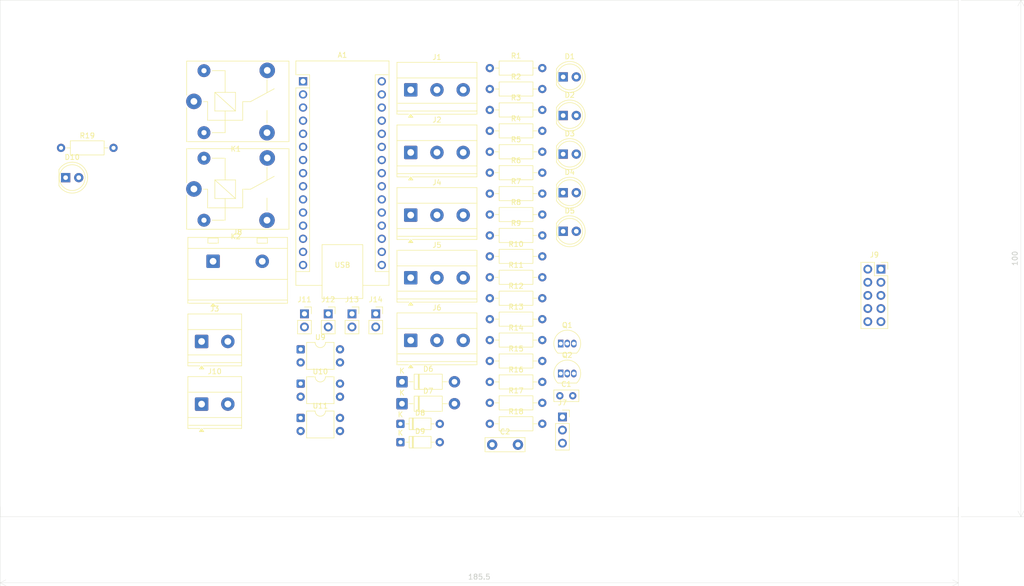
<source format=kicad_pcb>
(kicad_pcb (version 20241229) (generator "pcbnew") (generator_version "9.0")
  (layers (0 "F.Cu" signal) (2 "B.Cu" signal) (13 "F.Paste" user) (15 "B.Paste" user) (5 "F.SilkS" user "F.Silkscreen") (7 "B.SilkS" user "B.Silkscreen") (1 "F.Mask" user) (3 "B.Mask" user) (25 "Edge.Cuts" user))
  (net 0 "")
  (net 1 "GND")
  (net 7 "А0")
  (net 8 "D6")
  (net 10 "D2")
  (net 14 "D13")
  (net 15 "D11")
  (net 16 "D4")
  (net 17 "+5V")
  (net 18 "D9")
  (net 20 "D12")
  (net 21 "D10")
  (net 22 "D3")
  (net 25 "D7")
  (net 28 "Net-(D6-A)")
  (net 29 "Net-(D1-A)")
  (net 30 "Net-(D2-A)")
  (net 31 "Net-(D4-A)")
  (net 32 "Net-(J8-Pin_1)")
  (net 33 "Net-(Q2-B)")
  (net 34 "Net-(D3-A)")
  (net 35 "Net-(D5-A)")
  (net 36 "Net-(J2-Pin_2)")
  (net 37 "Net-(J1-Pin_2)")
  (net 38 "Net-(J1-Pin_1)")
  (net 39 "Net-(J1-Pin_3)")
  (net 40 "Net-(Q1-B)")
  (net 41 "Net-(J2-Pin_1)")
  (net 42 "Net-(J2-Pin_3)")
  (net 43 "Net-(J4-Pin_3)")
  (net 44 "Net-(J4-Pin_1)")
  (net 45 "Net-(J4-Pin_2)")
  (net 50 "Net-(D8-A)")
  (net 51 "Net-(D7-A)")
  (net 52 "Net-(R11-Pad2)")
  (net 53 "Net-(R12-Pad2)")
  (net 54 "Net-(R13-Pad2)")
  (net 55 "Net-(R16-Pad1)")
  (net 56 "+12V")
  (net 57 "Net-(J3-Pin_1)")
  (net 58 "/RX")
  (net 59 "/TX")
  (net 60 "Net-(D10-A)")
  (footprint "Package_TO_SOT_THT:TO-92_Inline" (layer "F.Cu") (at 181.31 96.675)
    (property "Reference" "Q2" (at 1.27 -3.56 0) (layer "F.SilkS"))
    (property "Value" "BC337")
    (pad "1" thru_hole rect (at 0 0) (size 1.05 1.5) (drill 0.75) (layers "*.Cu" "*.Mask") (net 51 "Net-(D7-A)"))
    (pad "2" thru_hole oval (at 1.27 0) (size 1.05 1.5) (drill 0.75) (layers "*.Cu" "*.Mask") (net 33 "Net-(Q2-B)"))
    (pad "3" thru_hole oval (at 2.54 0) (size 1.05 1.5) (drill 0.75) (layers "*.Cu" "*.Mask") (net 1 "GND"))
  )
  (footprint "Diode_THT:D_DO-41_SOD81_P10.16mm_Horizontal" (layer "F.Cu") (at 150.59 102.525)
    (property "Reference" "D7" (at 5.08 -2.47 0) (layer "F.SilkS"))
    (property "Value" "1N4007")
    (fp_text user "K" (at 0 -2.1 0) (layer "F.SilkS"))
    (pad "1" thru_hole roundrect (at 0 0) (size 2.2 2.2) (drill 1.1) (layers "*.Cu" "*.Mask") (roundrect_rratio 0.113636) (net 17 "+5V"))
    (pad "2" thru_hole circle (at 10.16 0) (size 2.2 2.2) (drill 1.1) (layers "*.Cu" "*.Mask") (net 51 "Net-(D7-A)"))
  )
  (footprint "Resistor_THT:R_Axial_DIN0207_L6.3mm_D2.5mm_P10.16mm_Horizontal" (layer "F.Cu") (at 167.59 102.355)
    (property "Reference" "R17" (at 5.08 -2.37 0) (layer "F.SilkS"))
    (property "Value" "100K")
    (pad "1" thru_hole circle (at 0 0) (size 1.6 1.6) (drill 0.8) (layers "*.Cu" "*.Mask") (net 32 "Net-(J8-Pin_1)"))
    (pad "2" thru_hole circle (at 10.16 0) (size 1.6 1.6) (drill 0.8) (layers "*.Cu" "*.Mask") (net 55 "Net-(R16-Pad1)"))
  )
  (footprint "Resistor_THT:R_Axial_DIN0207_L6.3mm_D2.5mm_P10.16mm_Horizontal" (layer "F.Cu") (at 167.59 57.805)
    (property "Reference" "R6" (at 5.08 -2.37 0) (layer "F.SilkS"))
    (property "Value" "330")
    (pad "1" thru_hole circle (at 0 0) (size 1.6 1.6) (drill 0.8) (layers "*.Cu" "*.Mask") (net 31 "Net-(D4-A)"))
    (pad "2" thru_hole circle (at 10.16 0) (size 1.6 1.6) (drill 0.8) (layers "*.Cu" "*.Mask") (net 17 "+5V"))
  )
  (footprint "Connector_PinSocket_2.54mm:PinSocket_1x02_P2.54mm_Vertical" (layer "F.Cu") (at 145.51 85.125)
    (property "Reference" "J14" (at 0 -2.77 0) (layer "F.SilkS"))
    (property "Value" "Conn_01x02")
    (pad "1" thru_hole rect (at 0 0) (size 1.7 1.7) (drill 1) (layers "*.Cu" "*.Mask") (net 1 "GND"))
    (pad "2" thru_hole circle (at 0 2.54) (size 1.7 1.7) (drill 1) (layers "*.Cu" "*.Mask") (net 1 "GND"))
  )
  (footprint "Module:Arduino_Nano" (layer "F.Cu") (at 131.44 40.115)
    (property "Reference" "A1" (at 7.62 -5.08 0) (layer "F.SilkS"))
    (property "Value" "Arduino_Nano_v3.x")
    (fp_text user "USB" (at 7.62 35.56 0) (layer "F.SilkS"))
    (pad "1" thru_hole rect (at 0 0) (size 1.6 1.6) (drill 1) (layers "*.Cu" "*.Mask") (net 59 "/TX"))
    (pad "2" thru_hole oval (at 0 2.54) (size 1.6 1.6) (drill 1) (layers "*.Cu" "*.Mask") (net 58 "/RX"))
    (pad "3" thru_hole oval (at 0 5.08) (size 1.6 1.6) (drill 1) (layers "*.Cu" "*.Mask"))
    (pad "4" thru_hole oval (at 0 7.62) (size 1.6 1.6) (drill 1) (layers "*.Cu" "*.Mask") (net 1 "GND"))
    (pad "5" thru_hole oval (at 0 10.16) (size 1.6 1.6) (drill 1) (layers "*.Cu" "*.Mask") (net 10 "D2"))
    (pad "6" thru_hole oval (at 0 12.7) (size 1.6 1.6) (drill 1) (layers "*.Cu" "*.Mask") (net 22 "D3"))
    (pad "7" thru_hole oval (at 0 15.24) (size 1.6 1.6) (drill 1) (layers "*.Cu" "*.Mask") (net 16 "D4"))
    (pad "8" thru_hole oval (at 0 17.78) (size 1.6 1.6) (drill 1) (layers "*.Cu" "*.Mask"))
    (pad "9" thru_hole oval (at 0 20.32) (size 1.6 1.6) (drill 1) (layers "*.Cu" "*.Mask") (net 8 "D6"))
    (pad "10" thru_hole oval (at 0 22.86) (size 1.6 1.6) (drill 1) (layers "*.Cu" "*.Mask") (net 25 "D7"))
    (pad "11" thru_hole oval (at 0 25.4) (size 1.6 1.6) (drill 1) (layers "*.Cu" "*.Mask"))
    (pad "12" thru_hole oval (at 0 27.94) (size 1.6 1.6) (drill 1) (layers "*.Cu" "*.Mask") (net 18 "D9"))
    (pad "13" thru_hole oval (at 0 30.48) (size 1.6 1.6) (drill 1) (layers "*.Cu" "*.Mask") (net 21 "D10"))
    (pad "14" thru_hole oval (at 0 33.02) (size 1.6 1.6) (drill 1) (layers "*.Cu" "*.Mask") (net 15 "D11"))
    (pad "15" thru_hole oval (at 0 35.56) (size 1.6 1.6) (drill 1) (layers "*.Cu" "*.Mask") (net 20 "D12"))
    (pad "16" thru_hole oval (at 15.24 35.56) (size 1.6 1.6) (drill 1) (layers "*.Cu" "*.Mask") (net 14 "D13"))
    (pad "17" thru_hole oval (at 15.24 33.02) (size 1.6 1.6) (drill 1) (layers "*.Cu" "*.Mask"))
    (pad "18" thru_hole oval (at 15.24 30.48) (size 1.6 1.6) (drill 1) (layers "*.Cu" "*.Mask"))
    (pad "19" thru_hole oval (at 15.24 27.94) (size 1.6 1.6) (drill 1) (layers "*.Cu" "*.Mask") (net 7 "А0"))
    (pad "20" thru_hole oval (at 15.24 25.4) (size 1.6 1.6) (drill 1) (layers "*.Cu" "*.Mask"))
    (pad "21" thru_hole oval (at 15.24 22.86) (size 1.6 1.6) (drill 1) (layers "*.Cu" "*.Mask"))
    (pad "22" thru_hole oval (at 15.24 20.32) (size 1.6 1.6) (drill 1) (layers "*.Cu" "*.Mask"))
    (pad "23" thru_hole oval (at 15.24 17.78) (size 1.6 1.6) (drill 1) (layers "*.Cu" "*.Mask"))
    (pad "24" thru_hole oval (at 15.24 15.24) (size 1.6 1.6) (drill 1) (layers "*.Cu" "*.Mask"))
    (pad "25" thru_hole oval (at 15.24 12.7) (size 1.6 1.6) (drill 1) (layers "*.Cu" "*.Mask"))
    (pad "26" thru_hole oval (at 15.24 10.16) (size 1.6 1.6) (drill 1) (layers "*.Cu" "*.Mask"))
    (pad "27" thru_hole oval (at 15.24 7.62) (size 1.6 1.6) (drill 1) (layers "*.Cu" "*.Mask") (net 17 "+5V"))
    (pad "28" thru_hole oval (at 15.24 5.08) (size 1.6 1.6) (drill 1) (layers "*.Cu" "*.Mask"))
    (pad "29" thru_hole oval (at 15.24 2.54) (size 1.6 1.6) (drill 1) (layers "*.Cu" "*.Mask") (net 1 "GND"))
    (pad "30" thru_hole oval (at 15.24 0) (size 1.6 1.6) (drill 1) (layers "*.Cu" "*.Mask"))
  )
  (footprint "TerminalBlock_Phoenix:TerminalBlock_Phoenix_MKDS-1,5-3-5.08_1x03_P5.08mm_Horizontal" (layer "F.Cu") (at 152.28 66.015)
    (property "Reference" "J4" (at 5.08 -6.32 0) (layer "F.SilkS"))
    (property "Value" "Conn_01x03_Socket")
    (pad "1" thru_hole roundrect (at 0 0) (size 2.6 2.6) (drill 1.3) (layers "*.Cu" "*.Mask") (roundrect_rratio 0.096154) (net 44 "Net-(J4-Pin_1)"))
    (pad "2" thru_hole circle (at 5.08 0) (size 2.6 2.6) (drill 1.3) (layers "*.Cu" "*.Mask") (net 45 "Net-(J4-Pin_2)"))
    (pad "3" thru_hole circle (at 10.16 0) (size 2.6 2.6) (drill 1.3) (layers "*.Cu" "*.Mask") (net 43 "Net-(J4-Pin_3)"))
  )
  (footprint "Diode_THT:D_DO-35_SOD27_P7.62mm_Horizontal" (layer "F.Cu") (at 150.29 106.425)
    (property "Reference" "D8" (at 3.81 -2.12 0) (layer "F.SilkS"))
    (property "Value" "1N4148")
    (fp_text user "K" (at 0 -1.8 0) (layer "F.SilkS"))
    (pad "1" thru_hole roundrect (at 0 0) (size 1.6 1.6) (drill 0.8) (layers "*.Cu" "*.Mask") (roundrect_rratio 0.15625) (net 17 "+5V"))
    (pad "2" thru_hole circle (at 7.62 0) (size 1.6 1.6) (drill 0.8) (layers "*.Cu" "*.Mask") (net 50 "Net-(D8-A)"))
  )
  (footprint "TerminalBlock_Phoenix:TerminalBlock_Phoenix_MKDS-1,5-3-5.08_1x03_P5.08mm_Horizontal" (layer "F.Cu") (at 152.28 78.14)
    (property "Reference" "J5" (at 5.08 -6.32 0) (layer "F.SilkS"))
    (property "Value" "Conn_01x03_Socket")
    (pad "1" thru_hole roundrect (at 0 0) (size 2.6 2.6) (drill 1.3) (layers "*.Cu" "*.Mask") (roundrect_rratio 0.096154) (net 1 "GND"))
    (pad "2" thru_hole circle (at 5.08 0) (size 2.6 2.6) (drill 1.3) (layers "*.Cu" "*.Mask") (net 1 "GND"))
    (pad "3" thru_hole circle (at 10.16 0) (size 2.6 2.6) (drill 1.3) (layers "*.Cu" "*.Mask") (net 1 "GND"))
  )
  (footprint "Capacitor_THT:C_Disc_D7.5mm_W2.5mm_P5.00mm" (layer "F.Cu") (at 168.04 110.455)
    (property "Reference" "C2" (at 2.5 -2.5 0) (layer "F.SilkS"))
    (property "Value" "0.1µF/0,1мкФ")
    (pad "1" thru_hole circle (at 0 0) (size 2 2) (drill 1) (layers "*.Cu" "*.Mask") (net 50 "Net-(D8-A)"))
    (pad "2" thru_hole circle (at 5 0) (size 2 2) (drill 1) (layers "*.Cu" "*.Mask") (net 1 "GND"))
  )
  (footprint "Resistor_THT:R_Axial_DIN0207_L6.3mm_D2.5mm_P10.16mm_Horizontal" (layer "F.Cu") (at 167.59 65.905)
    (property "Reference" "R8" (at 5.08 -2.37 0) (layer "F.SilkS"))
    (property "Value" "10k")
    (pad "1" thru_hole circle (at 0 0) (size 1.6 1.6) (drill 0.8) (layers "*.Cu" "*.Mask") (net 10 "D2"))
    (pad "2" thru_hole circle (at 10.16 0) (size 1.6 1.6) (drill 0.8) (layers "*.Cu" "*.Mask") (net 17 "+5V"))
  )
  (footprint "Package_DIP:DIP-4_W7.62mm" (layer "F.Cu") (at 130.97 91.995)
    (property "Reference" "U9" (at 3.81 -2.33 0) (layer "F.SilkS"))
    (property "Value" "PC817")
    (pad "1" thru_hole roundrect (at 0 0) (size 1.6 1.6) (drill 0.8) (layers "*.Cu" "*.Mask") (roundrect_rratio 0.15625) (net 52 "Net-(R11-Pad2)"))
    (pad "2" thru_hole circle (at 0 2.54) (size 1.6 1.6) (drill 0.8) (layers "*.Cu" "*.Mask") (net 43 "Net-(J4-Pin_3)"))
    (pad "3" thru_hole circle (at 7.62 2.54) (size 1.6 1.6) (drill 0.8) (layers "*.Cu" "*.Mask") (net 1 "GND"))
    (pad "4" thru_hole circle (at 7.62 0) (size 1.6 1.6) (drill 0.8) (layers "*.Cu" "*.Mask") (net 10 "D2"))
  )
  (footprint "LED_THT:LED_D5.0mm_Clear" (layer "F.Cu") (at 85.48 58.76)
    (property "Reference" "D10" (at 1.27 -3.96 0) (layer "F.SilkS"))
    (property "Value" "LED")
    (pad "1" thru_hole rect (at 0 0) (size 1.8 1.8) (drill 0.9) (layers "*.Cu" "*.Mask") (net 1 "GND"))
    (pad "2" thru_hole circle (at 2.54 0) (size 1.8 1.8) (drill 0.9) (layers "*.Cu" "*.Mask") (net 60 "Net-(D10-A)"))
  )
  (footprint "Connector_PinSocket_2.54mm:PinSocket_1x02_P2.54mm_Vertical" (layer "F.Cu") (at 131.71 85.125)
    (property "Reference" "J11" (at 0 -2.77 0) (layer "F.SilkS"))
    (property "Value" "Conn_01x02")
    (pad "1" thru_hole rect (at 0 0) (size 1.7 1.7) (drill 1) (layers "*.Cu" "*.Mask") (net 1 "GND"))
    (pad "2" thru_hole circle (at 0 2.54) (size 1.7 1.7) (drill 1) (layers "*.Cu" "*.Mask") (net 1 "GND"))
  )
  (footprint "Resistor_THT:R_Axial_DIN0207_L6.3mm_D2.5mm_P10.16mm_Horizontal" (layer "F.Cu") (at 167.59 86.155)
    (property "Reference" "R13" (at 5.08 -2.37 0) (layer "F.SilkS"))
    (property "Value" "1k")
    (pad "1" thru_hole circle (at 0 0) (size 1.6 1.6) (drill 0.8) (layers "*.Cu" "*.Mask") (net 57 "Net-(J3-Pin_1)"))
    (pad "2" thru_hole circle (at 10.16 0) (size 1.6 1.6) (drill 0.8) (layers "*.Cu" "*.Mask") (net 54 "Net-(R13-Pad2)"))
  )
  (footprint "LED_THT:LED_D5.0mm_Clear" (layer "F.Cu") (at 181.79 46.735)
    (property "Reference" "D2" (at 1.27 -3.96 0) (layer "F.SilkS"))
    (property "Value" "LED")
    (pad "1" thru_hole rect (at 0 0) (size 1.8 1.8) (drill 0.9) (layers "*.Cu" "*.Mask") (net 1 "GND"))
    (pad "2" thru_hole circle (at 2.54 0) (size 1.8 1.8) (drill 0.9) (layers "*.Cu" "*.Mask") (net 30 "Net-(D2-A)"))
  )
  (footprint "Resistor_THT:R_Axial_DIN0207_L6.3mm_D2.5mm_P10.16mm_Horizontal" (layer "F.Cu") (at 167.59 98.305)
    (property "Reference" "R16" (at 5.08 -2.37 0) (layer "F.SilkS"))
    (property "Value" "10K")
    (pad "1" thru_hole circle (at 0 0) (size 1.6 1.6) (drill 0.8) (layers "*.Cu" "*.Mask") (net 55 "Net-(R16-Pad1)"))
    (pad "2" thru_hole circle (at 10.16 0) (size 1.6 1.6) (drill 0.8) (layers "*.Cu" "*.Mask") (net 50 "Net-(D8-A)"))
  )
  (footprint "Resistor_THT:R_Axial_DIN0207_L6.3mm_D2.5mm_P10.16mm_Horizontal" (layer "F.Cu") (at 167.59 53.755)
    (property "Reference" "R5" (at 5.08 -2.37 0) (layer "F.SilkS"))
    (property "Value" "330")
    (pad "1" thru_hole circle (at 0 0) (size 1.6 1.6) (drill 0.8) (layers "*.Cu" "*.Mask") (net 34 "Net-(D3-A)"))
    (pad "2" thru_hole circle (at 10.16 0) (size 1.6 1.6) (drill 0.8) (layers "*.Cu" "*.Mask") (net 17 "+5V"))
  )
  (footprint "LED_THT:LED_D5.0mm_Clear" (layer "F.Cu") (at 181.79 61.675)
    (property "Reference" "D4" (at 1.27 -3.96 0) (layer "F.SilkS"))
    (property "Value" "LED")
    (pad "1" thru_hole rect (at 0 0) (size 1.8 1.8) (drill 0.9) (layers "*.Cu" "*.Mask") (net 22 "D3"))
    (pad "2" thru_hole circle (at 2.54 0) (size 1.8 1.8) (drill 0.9) (layers "*.Cu" "*.Mask") (net 31 "Net-(D4-A)"))
  )
  (footprint "Resistor_THT:R_Axial_DIN0207_L6.3mm_D2.5mm_P10.16mm_Horizontal" (layer "F.Cu") (at 167.59 94.255)
    (property "Reference" "R15" (at 5.08 -2.37 0) (layer "F.SilkS"))
    (property "Value" "10K")
    (pad "1" thru_hole circle (at 0 0) (size 1.6 1.6) (drill 0.8) (layers "*.Cu" "*.Mask") (net 50 "Net-(D8-A)"))
    (pad "2" thru_hole circle (at 10.16 0) (size 1.6 1.6) (drill 0.8) (layers "*.Cu" "*.Mask") (net 1 "GND"))
  )
  (footprint "TerminalBlock_Phoenix:TerminalBlock_Phoenix_MKDS-1,5-3-5.08_1x03_P5.08mm_Horizontal" (layer "F.Cu") (at 152.28 90.265)
    (property "Reference" "J6" (at 5.08 -6.32 0) (layer "F.SilkS"))
    (property "Value" "Conn_01x03_Socket")
    (pad "1" thru_hole roundrect (at 0 0) (size 2.6 2.6) (drill 1.3) (layers "*.Cu" "*.Mask") (roundrect_rratio 0.096154) (net 18 "D9"))
    (pad "2" thru_hole circle (at 5.08 0) (size 2.6 2.6) (drill 1.3) (layers "*.Cu" "*.Mask") (net 17 "+5V"))
    (pad "3" thru_hole circle (at 10.16 0) (size 2.6 2.6) (drill 1.3) (layers "*.Cu" "*.Mask") (net 1 "GND"))
  )
  (footprint "LED_THT:LED_D5.0mm_Clear" (layer "F.Cu") (at 181.79 69.145)
    (property "Reference" "D5" (at 1.27 -3.96 0) (layer "F.SilkS"))
    (property "Value" "LED")
    (pad "1" thru_hole rect (at 0 0) (size 1.8 1.8) (drill 0.9) (layers "*.Cu" "*.Mask") (net 16 "D4"))
    (pad "2" thru_hole circle (at 2.54 0) (size 1.8 1.8) (drill 0.9) (layers "*.Cu" "*.Mask") (net 35 "Net-(D5-A)"))
  )
  (footprint "Resistor_THT:R_Axial_DIN0207_L6.3mm_D2.5mm_P10.16mm_Horizontal" (layer "F.Cu") (at 167.59 45.655)
    (property "Reference" "R3" (at 5.08 -2.37 0) (layer "F.SilkS"))
    (property "Value" "1k")
    (pad "1" thru_hole circle (at 0 0) (size 1.6 1.6) (drill 0.8) (layers "*.Cu" "*.Mask") (net 8 "D6"))
    (pad "2" thru_hole circle (at 10.16 0) (size 1.6 1.6) (drill 0.8) (layers "*.Cu" "*.Mask") (net 33 "Net-(Q2-B)"))
  )
  (footprint "Package_DIP:DIP-4_W7.62mm" (layer "F.Cu") (at 130.97 105.275)
    (property "Reference" "U11" (at 3.81 -2.33 0) (layer "F.SilkS"))
    (property "Value" "PC817")
    (pad "1" thru_hole roundrect (at 0 0) (size 1.6 1.6) (drill 0.8) (layers "*.Cu" "*.Mask") (roundrect_rratio 0.15625) (net 54 "Net-(R13-Pad2)"))
    (pad "2" thru_hole circle (at 0 2.54) (size 1.6 1.6) (drill 0.8) (layers "*.Cu" "*.Mask") (net 44 "Net-(J4-Pin_1)"))
    (pad "3" thru_hole circle (at 7.62 2.54) (size 1.6 1.6) (drill 0.8) (layers "*.Cu" "*.Mask") (net 1 "GND"))
    (pad "4" thru_hole circle (at 7.62 0) (size 1.6 1.6) (drill 0.8) (layers "*.Cu" "*.Mask") (net 16 "D4"))
  )
  (footprint "TerminalBlock_Phoenix:TerminalBlock_Phoenix_MKDS-1,5-2-5.08_1x02_P5.08mm_Horizontal" (layer "F.Cu") (at 111.8 102.6)
    (property "Reference" "J10" (at 2.54 -6.32 0) (layer "F.SilkS"))
    (property "Value" "Conn_01x02_Socket")
    (pad "1" thru_hole roundrect (at 0 0) (size 2.6 2.6) (drill 1.3) (layers "*.Cu" "*.Mask") (roundrect_rratio 0.096154) (net 1 "GND"))
    (pad "2" thru_hole circle (at 5.08 0) (size 2.6 2.6) (drill 1.3) (layers "*.Cu" "*.Mask") (net 56 "+12V"))
  )
  (footprint "Resistor_THT:R_Axial_DIN0207_L6.3mm_D2.5mm_P10.16mm_Horizontal" (layer "F.Cu") (at 167.59 90.205)
    (property "Reference" "R14" (at 5.08 -2.37 0) (layer "F.SilkS"))
    (property "Value" "1k")
    (pad "1" thru_hole circle (at 0 0) (size 1.6 1.6) (drill 0.8) (layers "*.Cu" "*.Mask") (net 50 "Net-(D8-A)"))
    (pad "2" thru_hole circle (at 10.16 0) (size 1.6 1.6) (drill 0.8) (layers "*.Cu" "*.Mask") (net 7 "А0"))
  )
  (footprint "Diode_THT:D_DO-41_SOD81_P10.16mm_Horizontal" (layer "F.Cu") (at 150.59 98.275)
    (property "Reference" "D6" (at 5.08 -2.47 0) (layer "F.SilkS"))
    (property "Value" "1N4007")
    (fp_text user "K" (at 0 -2.1 0) (layer "F.SilkS"))
    (pad "1" thru_hole roundrect (at 0 0) (size 2.2 2.2) (drill 1.1) (layers "*.Cu" "*.Mask") (roundrect_rratio 0.113636) (net 17 "+5V"))
    (pad "2" thru_hole circle (at 10.16 0) (size 2.2 2.2) (drill 1.1) (layers "*.Cu" "*.Mask") (net 28 "Net-(D6-A)"))
  )
  (footprint "Resistor_THT:R_Axial_DIN0207_L6.3mm_D2.5mm_P10.16mm_Horizontal" (layer "F.Cu") (at 167.59 78.055)
    (property "Reference" "R11" (at 5.08 -2.37 0) (layer "F.SilkS"))
    (property "Value" "1k")
    (pad "1" thru_hole circle (at 0 0) (size 1.6 1.6) (drill 0.8) (layers "*.Cu" "*.Mask") (net 57 "Net-(J3-Pin_1)"))
    (pad "2" thru_hole circle (at 10.16 0) (size 1.6 1.6) (drill 0.8) (layers "*.Cu" "*.Mask") (net 52 "Net-(R11-Pad2)"))
  )
  (footprint "Connector_PinSocket_2.54mm:PinSocket_1x02_P2.54mm_Vertical" (layer "F.Cu") (at 140.91 85.125)
    (property "Reference" "J13" (at 0 -2.77 0) (layer "F.SilkS"))
    (property "Value" "Conn_01x02")
    (pad "1" thru_hole rect (at 0 0) (size 1.7 1.7) (drill 1) (layers "*.Cu" "*.Mask") (net 17 "+5V"))
    (pad "2" thru_hole circle (at 0 2.54) (size 1.7 1.7) (drill 1) (layers "*.Cu" "*.Mask") (net 17 "+5V"))
  )
  (footprint "LED_THT:LED_D5.0mm_Clear" (layer "F.Cu") (at 181.79 54.205)
    (property "Reference" "D3" (at 1.27 -3.96 0) (layer "F.SilkS"))
    (property "Value" "LED")
    (pad "1" thru_hole rect (at 0 0) (size 1.8 1.8) (drill 0.9) (layers "*.Cu" "*.Mask") (net 10 "D2"))
    (pad "2" thru_hole circle (at 2.54 0) (size 1.8 1.8) (drill 0.9) (layers "*.Cu" "*.Mask") (net 34 "Net-(D3-A)"))
  )
  (footprint "Connector_PinSocket_2.54mm:PinSocket_2x05_P2.54mm_Vertical" (layer "F.Cu") (at 243.3 76.48)
    (property "Reference" "J9" (at -1.27 -2.77 0) (layer "F.SilkS"))
    (property "Value" "Conn_02x05_w5500")
    (pad "1" thru_hole rect (at 0 0) (size 1.7 1.7) (drill 1) (layers "*.Cu" "*.Mask"))
    (pad "2" thru_hole circle (at -2.54 0) (size 1.7 1.7) (drill 1) (layers "*.Cu" "*.Mask") (net 20 "D12"))
    (pad "3" thru_hole circle (at 0 2.54) (size 1.7 1.7) (drill 1) (layers "*.Cu" "*.Mask") (net 15 "D11"))
    (pad "4" thru_hole circle (at -2.54 2.54) (size 1.7 1.7) (drill 1) (layers "*.Cu" "*.Mask") (net 21 "D10"))
    (pad "5" thru_hole circle (at 0 5.08) (size 1.7 1.7) (drill 1) (layers "*.Cu" "*.Mask") (net 14 "D13"))
    (pad "6" thru_hole circle (at -2.54 5.08) (size 1.7 1.7) (drill 1) (layers "*.Cu" "*.Mask") (net 17 "+5V"))
    (pad "7" thru_hole circle (at 0 7.62) (size 1.7 1.7) (drill 1) (layers "*.Cu" "*.Mask") (net 1 "GND"))
    (pad "8" thru_hole circle (at -2.54 7.62) (size 1.7 1.7) (drill 1) (layers "*.Cu" "*.Mask"))
    (pad "9" thru_hole circle (at 0 10.16) (size 1.7 1.7) (drill 1) (layers "*.Cu" "*.Mask"))
    (pad "10" thru_hole circle (at -2.54 10.16) (size 1.7 1.7) (drill 1) (layers "*.Cu" "*.Mask"))
  )
  (footprint "Resistor_THT:R_Axial_DIN0207_L6.3mm_D2.5mm_P10.16mm_Horizontal" (layer "F.Cu") (at 167.59 69.955)
    (property "Reference" "R9" (at 5.08 -2.37 0) (layer "F.SilkS"))
    (property "Value" "10k")
    (pad "1" thru_hole circle (at 0 0) (size 1.6 1.6) (drill 0.8) (layers "*.Cu" "*.Mask") (net 22 "D3"))
    (pad "2" thru_hole circle (at 10.16 0) (size 1.6 1.6) (drill 0.8) (layers "*.Cu" "*.Mask") (net 17 "+5V"))
  )
  (footprint "LED_THT:LED_D5.0mm_Clear" (layer "F.Cu") (at 181.79 39.265)
    (property "Reference" "D1" (at 1.27 -3.96 0) (layer "F.SilkS"))
    (property "Value" "LED")
    (pad "1" thru_hole rect (at 0 0) (size 1.8 1.8) (drill 0.9) (layers "*.Cu" "*.Mask") (net 1 "GND"))
    (pad "2" thru_hole circle (at 2.54 0) (size 1.8 1.8) (drill 0.9) (layers "*.Cu" "*.Mask") (net 29 "Net-(D1-A)"))
  )
  (footprint "Package_TO_SOT_THT:TO-92_Inline" (layer "F.Cu") (at 181.31 90.885)
    (property "Reference" "Q1" (at 1.27 -3.56 0) (layer "F.SilkS"))
    (property "Value" "BC337")
    (pad "1" thru_hole rect (at 0 0) (size 1.05 1.5) (drill 0.75) (layers "*.Cu" "*.Mask") (net 28 "Net-(D6-A)"))
    (pad "2" thru_hole oval (at 1.27 0) (size 1.05 1.5) (drill 0.75) (layers "*.Cu" "*.Mask") (net 40 "Net-(Q1-B)"))
    (pad "3" thru_hole oval (at 2.54 0) (size 1.05 1.5) (drill 0.75) (layers "*.Cu" "*.Mask") (net 1 "GND"))
  )
  (footprint "TerminalBlock_Phoenix:TerminalBlock_Phoenix_MKDS-1,5-3-5.08_1x03_P5.08mm_Horizontal" (layer "F.Cu") (at 152.28 53.89)
    (property "Reference" "J2" (at 5.08 -6.32 0) (layer "F.SilkS"))
    (property "Value" "Conn_01x03_Socket")
    (pad "1" thru_hole roundrect (at 0 0) (size 2.6 2.6) (drill 1.3) (layers "*.Cu" "*.Mask") (roundrect_rratio 0.096154) (net 41 "Net-(J2-Pin_1)"))
    (pad "2" thru_hole circle (at 5.08 0) (size 2.6 2.6) (drill 1.3) (layers "*.Cu" "*.Mask") (net 36 "Net-(J2-Pin_2)"))
    (pad "3" thru_hole circle (at 10.16 0) (size 2.6 2.6) (drill 1.3) (layers "*.Cu" "*.Mask") (net 42 "Net-(J2-Pin_3)"))
  )
  (footprint "Connector_PinSocket_2.54mm:PinSocket_1x03_P2.54mm_Vertical" (layer "F.Cu") (at 181.65 105.085)
    (property "Reference" "J7" (at 0 -2.77 0) (layer "F.SilkS"))
    (property "Value" "Conn_01x03_Socket")
    (pad "1" thru_hole rect (at 0 0) (size 1.7 1.7) (drill 1) (layers "*.Cu" "*.Mask") (net 1 "GND"))
    (pad "2" thru_hole circle (at 0 2.54) (size 1.7 1.7) (drill 1) (layers "*.Cu" "*.Mask") (net 58 "/RX"))
    (pad "3" thru_hole circle (at 0 5.08) (size 1.7 1.7) (drill 1) (layers "*.Cu" "*.Mask") (net 59 "/TX"))
  )
  (footprint "Resistor_THT:R_Axial_DIN0207_L6.3mm_D2.5mm_P10.16mm_Horizontal" (layer "F.Cu") (at 167.59 74.005)
    (property "Reference" "R10" (at 5.08 -2.37 0) (layer "F.SilkS"))
    (property "Value" "10k")
    (pad "1" thru_hole circle (at 0 0) (size 1.6 1.6) (drill 0.8) (layers "*.Cu" "*.Mask") (net 16 "D4"))
    (pad "2" thru_hole circle (at 10.16 0) (size 1.6 1.6) (drill 0.8) (layers "*.Cu" "*.Mask") (net 17 "+5V"))
  )
  (footprint "Relay_THT:Relay_SPDT_SANYOU_SRD_Series_Form_C" (layer "F.Cu") (at 110.31 60.955)
    (property "Reference" "K2" (at 8.1 9.2 0) (layer "F.SilkS"))
    (property "Value" "SRD-05VDC-SL-C")
    (pad "1" thru_hole circle (at 0 0 90) (size 3 3) (drill 1.3) (layers "*.Cu" "*.Mask") (net 36 "Net-(J2-Pin_2)"))
    (pad "2" thru_hole circle (at 1.95 6.05 90) (size 2.5 2.5) (drill 1) (layers "*.Cu" "*.Mask") (net 51 "Net-(D7-A)"))
    (pad "3" thru_hole circle (at 14.15 6.05 90) (size 3 3) (drill 1.3) (layers "*.Cu" "*.Mask") (net 41 "Net-(J2-Pin_1)"))
    (pad "4" thru_hole circle (at 14.2 -6 90) (size 3 3) (drill 1.3) (layers "*.Cu" "*.Mask") (net 42 "Net-(J2-Pin_3)"))
    (pad "5" thru_hole circle (at 1.95 -5.95 90) (size 2.5 2.5) (drill 1) (layers "*.Cu" "*.Mask") (net 17 "+5V"))
  )
  (footprint "Resistor_THT:R_Axial_DIN0207_L6.3mm_D2.5mm_P10.16mm_Horizontal" (layer "F.Cu") (at 167.59 37.555)
    (property "Reference" "R1" (at 5.08 -2.37 0) (layer "F.SilkS"))
    (property "Value" "1k")
    (pad "1" thru_hole circle (at 0 0) (size 1.6 1.6) (drill 0.8) (layers "*.Cu" "*.Mask") (net 25 "D7"))
    (pad "2" thru_hole circle (at 10.16 0) (size 1.6 1.6) (drill 0.8) (layers "*.Cu" "*.Mask") (net 40 "Net-(Q1-B)"))
  )
  (footprint "Resistor_THT:R_Axial_DIN0207_L6.3mm_D2.5mm_P10.16mm_Horizontal" (layer "F.Cu") (at 167.59 61.855)
    (property "Reference" "R7" (at 5.08 -2.37 0) (layer "F.SilkS"))
    (property "Value" "330")
    (pad "1" thru_hole circle (at 0 0) (size 1.6 1.6) (drill 0.8) (layers "*.Cu" "*.Mask") (net 35 "Net-(D5-A)"))
    (pad "2" thru_hole circle (at 10.16 0) (size 1.6 1.6) (drill 0.8) (layers "*.Cu" "*.Mask") (net 17 "+5V"))
  )
  (footprint "Connector_PinSocket_2.54mm:PinSocket_1x02_P2.54mm_Vertical" (layer "F.Cu") (at 136.31 85.125)
    (property "Reference" "J12" (at 0 -2.77 0) (layer "F.SilkS"))
    (property "Value" "Conn_01x02")
    (pad "1" thru_hole rect (at 0 0) (size 1.7 1.7) (drill 1) (layers "*.Cu" "*.Mask") (net 56 "+12V"))
    (pad "2" thru_hole circle (at 0 2.54) (size 1.7 1.7) (drill 1) (layers "*.Cu" "*.Mask") (net 56 "+12V"))
  )
  (footprint "Resistor_THT:R_Axial_DIN0207_L6.3mm_D2.5mm_P10.16mm_Horizontal" (layer "F.Cu") (at 167.59 41.605)
    (property "Reference" "R2" (at 5.08 -2.37 0) (layer "F.SilkS"))
    (property "Value" "330")
    (pad "1" thru_hole circle (at 0 0) (size 1.6 1.6) (drill 0.8) (layers "*.Cu" "*.Mask") (net 29 "Net-(D1-A)"))
    (pad "2" thru_hole circle (at 10.16 0) (size 1.6 1.6) (drill 0.8) (layers "*.Cu" "*.Mask") (net 25 "D7"))
  )
  (footprint "Diode_THT:D_DO-35_SOD27_P7.62mm_Horizontal" (layer "F.Cu") (at 150.29 109.975)
    (property "Reference" "D9" (at 3.81 -2.12 0) (layer "F.SilkS"))
    (property "Value" "1N4148")
    (fp_text user "K" (at 0 -1.8 0) (layer "F.SilkS"))
    (pad "1" thru_hole roundrect (at 0 0) (size 1.6 1.6) (drill 0.8) (layers "*.Cu" "*.Mask") (roundrect_rratio 0.15625) (net 50 "Net-(D8-A)"))
    (pad "2" thru_hole circle (at 7.62 0) (size 1.6 1.6) (drill 0.8) (layers "*.Cu" "*.Mask") (net 1 "GND"))
  )
  (footprint "Package_DIP:DIP-4_W7.62mm" (layer "F.Cu") (at 130.97 98.635)
    (property "Reference" "U10" (at 3.81 -2.33 0) (layer "F.SilkS"))
    (property "Value" "PC817")
    (pad "1" thru_hole roundrect (at 0 0) (size 1.6 1.6) (drill 0.8) (layers "*.Cu" "*.Mask") (roundrect_rratio 0.15625) (net 53 "Net-(R12-Pad2)"))
    (pad "2" thru_hole circle (at 0 2.54) (size 1.6 1.6) (drill 0.8) (layers "*.Cu" "*.Mask") (net 45 "Net-(J4-Pin_2)"))
    (pad "3" thru_hole circle (at 7.62 2.54) (size 1.6 1.6) (drill 0.8) (layers "*.Cu" "*.Mask") (net 1 "GND"))
    (pad "4" thru_hole circle (at 7.62 0) (size 1.6 1.6) (drill 0.8) (layers "*.Cu" "*.Mask") (net 22 "D3"))
  )
  (footprint "Resistor_THT:R_Axial_DIN0207_L6.3mm_D2.5mm_P10.16mm_Horizontal" (layer "F.Cu") (at 167.59 82.105)
    (property "Reference" "R12" (at 5.08 -2.37 0) (layer "F.SilkS"))
    (property "Value" "1k")
    (pad "1" thru_hole circle (at 0 0) (size 1.6 1.6) (drill 0.8) (layers "*.Cu" "*.Mask") (net 57 "Net-(J3-Pin_1)"))
    (pad "2" thru_hole circle (at 10.16 0) (size 1.6 1.6) (drill 0.8) (layers "*.Cu" "*.Mask") (net 53 "Net-(R12-Pad2)"))
  )
  (footprint "TerminalBlock_MetzConnect:TerminalBlock_MetzConnect_Type703_RT10N02HGLU_1x02_P9.52mm_Horizontal" (layer "F.Cu") (at 114.02 74.955)
    (property "Reference" "J8" (at 4.76 -5.62 0) (layer "F.SilkS"))
    (property "Value" "Conn_01x02_Socket")
    (pad "1" thru_hole roundrect (at 0 0) (size 2.6 2.6) (drill 1.3) (layers "*.Cu" "*.Mask") (roundrect_rratio 0.096154) (net 32 "Net-(J8-Pin_1)"))
    (pad "2" thru_hole circle (at 9.52 0) (size 2.6 2.6) (drill 1.3) (layers "*.Cu" "*.Mask") (net 1 "GND"))
  )
  (footprint "Resistor_THT:R_Axial_DIN0207_L6.3mm_D2.5mm_P10.16mm_Horizontal" (layer "F.Cu") (at 167.59 49.705)
    (property "Reference" "R4" (at 5.08 -2.37 0) (layer "F.SilkS"))
    (property "Value" "330")
    (pad "1" thru_hole circle (at 0 0) (size 1.6 1.6) (drill 0.8) (layers "*.Cu" "*.Mask") (net 30 "Net-(D2-A)"))
    (pad "2" thru_hole circle (at 10.16 0) (size 1.6 1.6) (drill 0.8) (layers "*.Cu" "*.Mask") (net 8 "D6"))
  )
  (footprint "Capacitor_THT:C_Rect_L4.6mm_W2.0mm_P2.50mm_MKS02_FKP02" (layer "F.Cu") (at 181.15 100.985)
    (property "Reference" "C1" (at 1.25 -2.25 0) (layer "F.SilkS"))
    (property "Value" "1µF/1мкФ")
    (pad "1" thru_hole circle (at 0 0) (size 1.4 1.4) (drill 0.7) (layers "*.Cu" "*.Mask") (net 50 "Net-(D8-A)"))
    (pad "2" thru_hole circle (at 2.5 0) (size 1.4 1.4) (drill 0.7) (layers "*.Cu" "*.Mask") (net 1 "GND"))
  )
  (footprint "TerminalBlock_Phoenix:TerminalBlock_Phoenix_MKDS-1,5-2-5.08_1x02_P5.08mm_Horizontal" (layer "F.Cu") (at 111.8 90.475)
    (property "Reference" "J3" (at 2.54 -6.32 0) (layer "F.SilkS"))
    (property "Value" "Conn_01x02_Socket")
    (pad "1" thru_hole roundrect (at 0 0) (size 2.6 2.6) (drill 1.3) (layers "*.Cu" "*.Mask") (roundrect_rratio 0.096154) (net 57 "Net-(J3-Pin_1)"))
    (pad "2" thru_hole circle (at 5.08 0) (size 2.6 2.6) (drill 1.3) (layers "*.Cu" "*.Mask") (net 17 "+5V"))
  )
  (footprint "TerminalBlock_Phoenix:TerminalBlock_Phoenix_MKDS-1,5-3-5.08_1x03_P5.08mm_Horizontal" (layer "F.Cu") (at 152.28 41.765)
    (property "Reference" "J1" (at 5.08 -6.32 0) (layer "F.SilkS"))
    (property "Value" "Conn_01x03_Socket")
    (pad "1" thru_hole roundrect (at 0 0) (size 2.6 2.6) (drill 1.3) (layers "*.Cu" "*.Mask") (roundrect_rratio 0.096154) (net 38 "Net-(J1-Pin_1)"))
    (pad "2" thru_hole circle (at 5.08 0) (size 2.6 2.6) (drill 1.3) (layers "*.Cu" "*.Mask") (net 37 "Net-(J1-Pin_2)"))
    (pad "3" thru_hole circle (at 10.16 0) (size 2.6 2.6) (drill 1.3) (layers "*.Cu" "*.Mask") (net 39 "Net-(J1-Pin_3)"))
  )
  (footprint "Resistor_THT:R_Axial_DIN0207_L6.3mm_D2.5mm_P10.16mm_Horizontal" (layer "F.Cu") (at 167.59 106.405)
    (property "Reference" "R18" (at 5.08 -2.37 0) (layer "F.SilkS"))
    (property "Value" "4.7k")
    (pad "1" thru_hole circle (at 0 0) (size 1.6 1.6) (drill 0.8) (layers "*.Cu" "*.Mask") (net 17 "+5V"))
    (pad "2" thru_hole circle (at 10.16 0) (size 1.6 1.6) (drill 0.8) (layers "*.Cu" "*.Mask") (net 18 "D9"))
  )
  (footprint "Relay_THT:Relay_SPDT_SANYOU_SRD_Series_Form_C" (layer "F.Cu") (at 110.31 44.005)
    (property "Reference" "K1" (at 8.1 9.2 0) (layer "F.SilkS"))
    (property "Value" "SRD-05VDC-SL-C")
    (pad "1" thru_hole circle (at 0 0 90) (size 3 3) (drill 1.3) (layers "*.Cu" "*.Mask") (net 37 "Net-(J1-Pin_2)"))
    (pad "2" thru_hole circle (at 1.95 6.05 90) (size 2.5 2.5) (drill 1) (layers "*.Cu" "*.Mask") (net 28 "Net-(D6-A)"))
    (pad "3" thru_hole circle (at 14.15 6.05 90) (size 3 3) (drill 1.3) (layers "*.Cu" "*.Mask") (net 38 "Net-(J1-Pin_1)"))
    (pad "4" thru_hole circle (at 14.2 -6 90) (size 3 3) (drill 1.3) (layers "*.Cu" "*.Mask") (net 39 "Net-(J1-Pin_3)"))
    (pad "5" thru_hole circle (at 1.95 -5.95 90) (size 2.5 2.5) (drill 1) (layers "*.Cu" "*.Mask") (net 17 "+5V"))
  )
  (footprint "Resistor_THT:R_Axial_DIN0207_L6.3mm_D2.5mm_P10.16mm_Horizontal" (layer "F.Cu") (at 84.59 53)
    (property "Reference" "R19" (at 5.08 -2.37 0) (layer "F.SilkS"))
    (property "Value" "510")
    (pad "1" thru_hole circle (at 0 0) (size 1.6 1.6) (drill 0.8) (layers "*.Cu" "*.Mask") (net 60 "Net-(D10-A)"))
    (pad "2" thru_hole circle (at 10.16 0) (size 1.6 1.6) (drill 0.8) (layers "*.Cu" "*.Mask") (net 17 "+5V"))
  )
  (gr_rect (start 72.8 24.4) (end 258.3 124.4) (stroke (width 0.05)) (fill no) (layer "Edge.Cuts"))
  (dimension (type orthogonal) (layer "Edge.Cuts") (pts (xy 72.8 122) (xy 258.3 122)) (height 15.2) (orientation 0) (format (prefix "") (suffix "") (units 3) (units_format 0) (precision 4) (suppress_zeroes yes)) (style (thickness 0.05) (arrow_length 1.27) (text_position_mode 0) (arrow_direction outward) (extension_height 0.58642) (extension_offset 0.5) (keep_text_aligned yes)) (gr_text "185,5" (at 165.55 136.05 0) (layer "Edge.Cuts") (effects (font (size 1 1) (thickness 0.15)))))
  (dimension (type orthogonal) (layer "Edge.Cuts") (pts (xy 258.3 24.4) (xy 258.3 124.4)) (height 12.1) (orientation 1) (format (prefix "") (suffix "") (units 3) (units_format 0) (precision 4) (suppress_zeroes yes)) (style (thickness 0.05) (arrow_length 1.27) (text_position_mode 0) (arrow_direction outward) (extension_height 0.58642) (extension_offset 0.5) (keep_text_aligned yes)) (gr_text "100" (at 269.25 74.4 90) (layer "Edge.Cuts") (effects (font (size 1 1) (thickness 0.15)))))
)
</source>
